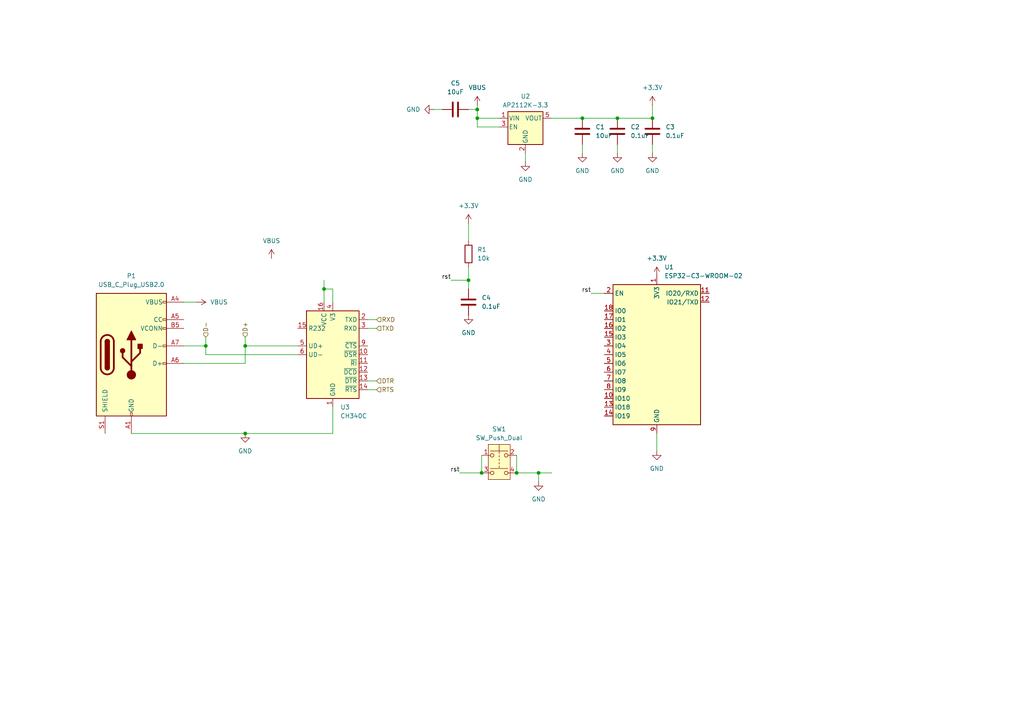
<source format=kicad_sch>
(kicad_sch (version 20231120) (generator "eeschema") (generator_version "8.0")
  (paper "A4")
  (lib_symbols
    (symbol "Connector:USB_C_Plug_USB2.0" (pin_names (offset 1.016))
      (property "Reference" "P" (at -10.16 19.05 0))
      (property "Value" "USB_C_Plug_USB2.0" (at 12.7 19.05 0))
      (symbol "USB_C_Plug_USB2.0_0_0"
        (rectangle (start -0.254 -17.78) (end 0.254 -16.764))
        (rectangle (start 10.16 -2.286) (end 9.144 -2.794))
        (rectangle (start 10.16 2.794) (end 9.144 2.286))
        (rectangle (start 10.16 7.874) (end 9.144 7.366))
        (rectangle (start 10.16 10.414) (end 9.144 9.906))
        (rectangle (start 10.16 15.494) (end 9.144 14.986))
      )
      (symbol "USB_C_Plug_USB2.0_0_1"
        (rectangle (start -10.16 17.78) (end 10.16 -17.78) (stroke (width 0.254)) (fill (type background)))
        (arc (start -8.89 -3.81) (mid -6.985 -5.7067) (end -5.08 -3.81) (stroke (width 0.508)))
        (arc (start -7.62 -3.81) (mid -6.985 -4.4423) (end -6.35 -3.81) (stroke (width 0.254)))
        (arc (start -7.62 -3.81) (mid -6.985 -4.4423) (end -6.35 -3.81) (stroke (width 0.254)) (fill (type outline)))
        (rectangle (start -7.62 -3.81) (end -6.35 3.81) (stroke (width 0.254)) (fill (type outline)))
        (arc (start -6.35 3.81) (mid -6.985 4.4423) (end -7.62 3.81) (stroke (width 0.254)))
        (arc (start -6.35 3.81) (mid -6.985 4.4423) (end -7.62 3.81) (stroke (width 0.254)) (fill (type outline)))
        (arc (start -5.08 3.81) (mid -6.985 5.7067) (end -8.89 3.81) (stroke (width 0.508)))
        (circle (center -2.54 1.143) (radius 0.635) (stroke (width 0.254)) (fill (type outline)))
        (circle (center 0 -5.842) (radius 1.27) (fill (type outline)))
        (polyline (pts (xy -8.89 -3.81) (xy -8.89 3.81)) (stroke (width 0.508)))
        (polyline (pts (xy -5.08 3.81) (xy -5.08 -3.81)) (stroke (width 0.508)))
        (polyline (pts (xy 0 -5.842) (xy 0 4.318)) (stroke (width 0.508)))
        (polyline (pts (xy 0 -3.302) (xy -2.54 -0.762) (xy -2.54 0.508)) (stroke (width 0.508)))
        (polyline (pts (xy 0 -2.032) (xy 2.54 0.508) (xy 2.54 1.778)) (stroke (width 0.508)))
        (polyline (pts (xy -1.27 4.318) (xy 0 6.858) (xy 1.27 4.318) (xy -1.27 4.318)) (stroke (width 0.254)) (fill (type outline)))
        (rectangle (start 1.905 1.778) (end 3.175 3.048) (stroke (width 0.254)) (fill (type outline)))
      )
      (symbol "USB_C_Plug_USB2.0_1_1"
        (pin passive line (at 0 -22.86 90) (length 5.08) (name "GND") (number "A1"))
        (pin passive line (at 0 -22.86 90) (length 5.08) hide (name "GND") (number "A12"))
        (pin passive line (at 15.24 15.24 180) (length 5.08) (name "VBUS") (number "A4"))
        (pin bidirectional line (at 15.24 10.16 180) (length 5.08) (name "CC") (number "A5"))
        (pin bidirectional line (at 15.24 -2.54 180) (length 5.08) (name "D+") (number "A6"))
        (pin bidirectional line (at 15.24 2.54 180) (length 5.08) (name "D-") (number "A7"))
        (pin passive line (at 15.24 15.24 180) (length 5.08) hide (name "VBUS") (number "A9"))
        (pin passive line (at 0 -22.86 90) (length 5.08) hide (name "GND") (number "B1"))
        (pin passive line (at 0 -22.86 90) (length 5.08) hide (name "GND") (number "B12"))
        (pin passive line (at 15.24 15.24 180) (length 5.08) hide (name "VBUS") (number "B4"))
        (pin bidirectional line (at 15.24 7.62 180) (length 5.08) (name "VCONN") (number "B5"))
        (pin passive line (at 15.24 15.24 180) (length 5.08) hide (name "VBUS") (number "B9"))
        (pin passive line (at -7.62 -22.86 90) (length 5.08) (name "SHIELD") (number "S1"))
      )
    )
    (symbol "Device:C" (pin_numbers hide) (pin_names (offset 0.254))
      (property "Reference" "C" (at 0.635 2.54 0))
      (property "Value" "C" (at 0.635 -2.54 0))
      (symbol "C_0_1"
        (polyline (pts (xy -2.032 -0.762) (xy 2.032 -0.762)) (stroke (width 0.508)))
        (polyline (pts (xy -2.032 0.762) (xy 2.032 0.762)) (stroke (width 0.508)))
      )
      (symbol "C_1_1"
        (pin passive line (at 0 3.81 270) (length 2.794) (name "~") (number "1"))
        (pin passive line (at 0 -3.81 90) (length 2.794) (name "~") (number "2"))
      )
    )
    (symbol "Device:R" (pin_numbers hide) (pin_names (offset 0))
      (property "Reference" "R" (at 2.032 0 90))
      (property "Value" "R" (at 0 0 90))
      (symbol "R_0_1"
        (rectangle (start -1.016 -2.54) (end 1.016 2.54) (stroke (width 0.254)))
      )
      (symbol "R_1_1"
        (pin passive line (at 0 3.81 270) (length 1.27) (name "~") (number "1"))
        (pin passive line (at 0 -3.81 90) (length 1.27) (name "~") (number "2"))
      )
    )
    (symbol "Interface_USB:CH340C"
      (property "Reference" "U" (at -5.08 13.97 0))
      (property "Value" "CH340C" (at 1.27 13.97 0))
      (symbol "CH340C_0_1"
        (rectangle (start -7.62 12.7) (end 7.62 -12.7) (stroke (width 0.254)) (fill (type background)))
      )
      (symbol "CH340C_1_1"
        (pin power_in line (at 0 -15.24 90) (length 2.54) (name "GND") (number "1"))
        (pin input line (at 10.16 0 180) (length 2.54) (name "~{DSR}") (number "10"))
        (pin input line (at 10.16 -2.54 180) (length 2.54) (name "~{RI}") (number "11"))
        (pin input line (at 10.16 -5.08 180) (length 2.54) (name "~{DCD}") (number "12"))
        (pin output line (at 10.16 -7.62 180) (length 2.54) (name "~{DTR}") (number "13"))
        (pin output line (at 10.16 -10.16 180) (length 2.54) (name "~{RTS}") (number "14"))
        (pin input line (at -10.16 7.62 0) (length 2.54) (name "R232") (number "15"))
        (pin power_in line (at -2.54 15.24 270) (length 2.54) (name "VCC") (number "16"))
        (pin output line (at 10.16 10.16 180) (length 2.54) (name "TXD") (number "2"))
        (pin input line (at 10.16 7.62 180) (length 2.54) (name "RXD") (number "3"))
        (pin power_out line (at 0 15.24 270) (length 2.54) (name "V3") (number "4"))
        (pin bidirectional line (at -10.16 2.54 0) (length 2.54) (name "UD+") (number "5"))
        (pin bidirectional line (at -10.16 0 0) (length 2.54) (name "UD-") (number "6"))
        (pin no_connect line (at -7.62 -5.08 0) (length 2.54) hide (name "NC") (number "7"))
        (pin no_connect line (at -7.62 -7.62 0) (length 2.54) hide (name "NC") (number "8"))
        (pin input line (at 10.16 2.54 180) (length 2.54) (name "~{CTS}") (number "9"))
      )
    )
    (symbol "RF_Module:ESP32-C3-WROOM-02"
      (property "Reference" "U" (at -12.192 21.336 0))
      (property "Value" "ESP32-C3-WROOM-02" (at 12.192 21.336 0))
      (symbol "ESP32-C3-WROOM-02_1_1"
        (rectangle (start -12.7 20.32) (end 12.7 -20.32) (stroke (width 0.254)) (fill (type background)))
        (pin power_in line (at 0 22.86 270) (length 2.54) (name "3V3") (number "1"))
        (pin bidirectional line (at -15.24 -12.7 0) (length 2.54) (name "IO10") (number "10"))
        (pin bidirectional line (at 15.24 17.78 180) (length 2.54) (name "IO20/RXD") (number "11"))
        (pin bidirectional line (at 15.24 15.24 180) (length 2.54) (name "IO21/TXD") (number "12"))
        (pin bidirectional line (at -15.24 -15.24 0) (length 2.54) (name "IO18") (number "13"))
        (pin bidirectional line (at -15.24 -17.78 0) (length 2.54) (name "IO19") (number "14"))
        (pin bidirectional line (at -15.24 5.08 0) (length 2.54) (name "IO3") (number "15"))
        (pin bidirectional line (at -15.24 7.62 0) (length 2.54) (name "IO2") (number "16"))
        (pin bidirectional line (at -15.24 10.16 0) (length 2.54) (name "IO1") (number "17"))
        (pin bidirectional line (at -15.24 12.7 0) (length 2.54) (name "IO0") (number "18"))
        (pin passive line (at 0 -22.86 90) (length 2.54) hide (name "GND") (number "19"))
        (pin input line (at -15.24 17.78 0) (length 2.54) (name "EN") (number "2"))
        (pin bidirectional line (at -15.24 2.54 0) (length 2.54) (name "IO4") (number "3"))
        (pin bidirectional line (at -15.24 0 0) (length 2.54) (name "IO5") (number "4"))
        (pin bidirectional line (at -15.24 -2.54 0) (length 2.54) (name "IO6") (number "5"))
        (pin bidirectional line (at -15.24 -5.08 0) (length 2.54) (name "IO7") (number "6"))
        (pin bidirectional line (at -15.24 -7.62 0) (length 2.54) (name "IO8") (number "7"))
        (pin bidirectional line (at -15.24 -10.16 0) (length 2.54) (name "IO9") (number "8"))
        (pin power_in line (at 0 -22.86 90) (length 2.54) (name "GND") (number "9"))
      )
    )
    (symbol "Regulator_Linear:AP2112K-3.3" (pin_names (offset 0.254))
      (property "Reference" "U" (at -5.08 5.715 0))
      (property "Value" "AP2112K-3.3" (at 0 5.715 0))
      (symbol "AP2112K-3.3_0_1"
        (rectangle (start -5.08 4.445) (end 5.08 -5.08) (stroke (width 0.254)) (fill (type background)))
      )
      (symbol "AP2112K-3.3_1_1"
        (pin power_in line (at -7.62 2.54 0) (length 2.54) (name "VIN") (number "1"))
        (pin power_in line (at 0 -7.62 90) (length 2.54) (name "GND") (number "2"))
        (pin input line (at -7.62 0 0) (length 2.54) (name "EN") (number "3"))
        (pin no_connect line (at 5.08 0 180) (length 2.54) hide (name "NC") (number "4"))
        (pin power_out line (at 7.62 2.54 180) (length 2.54) (name "VOUT") (number "5"))
      )
    )
    (symbol "Switch:SW_Push_Dual" (pin_names (offset 1.016) hide)
      (property "Reference" "SW" (at 0 7.62 0))
      (property "Value" "SW_Push_Dual" (at 0 -6.35 0))
      (symbol "SW_Push_Dual_0_1"
        (circle (center -2.032 -2.54) (radius 0.508))
        (circle (center -2.032 2.54) (radius 0.508))
        (polyline (pts (xy 0 -0.508) (xy 0 -1.016)))
        (polyline (pts (xy 0 0.508) (xy 0 0)))
        (polyline (pts (xy 0 1.016) (xy 0 1.524)))
        (polyline (pts (xy 0 2.032) (xy 0 2.54)))
        (polyline (pts (xy 0 3.048) (xy 0 3.556)))
        (polyline (pts (xy 0 3.81) (xy 0 5.588)))
        (polyline (pts (xy 2.54 -1.27) (xy -2.54 -1.27)))
        (polyline (pts (xy 2.54 3.81) (xy -2.54 3.81)))
        (circle (center 2.032 -2.54) (radius 0.508))
        (circle (center 2.032 2.54) (radius 0.508))
        (pin passive line (at -5.08 2.54 0) (length 2.54) (name "1") (number "1"))
        (pin passive line (at 5.08 2.54 180) (length 2.54) (name "2") (number "2"))
        (pin passive line (at -5.08 -2.54 0) (length 2.54) (name "3") (number "3"))
        (pin passive line (at 5.08 -2.54 180) (length 2.54) (name "4") (number "4"))
      )
      (symbol "SW_Push_Dual_1_1"
        (rectangle (start -3.175 5.715) (end 3.175 -4.445) (fill (type background)))
      )
    )
    (symbol "power:+3.3V" (power) (pin_numbers hide) (pin_names (offset 0) hide)
      (property "Value" "+3.3V" (at 0 3.556 0))
      (symbol "+3.3V_0_1"
        (polyline (pts (xy -0.762 1.27) (xy 0 2.54)))
        (polyline (pts (xy 0 0) (xy 0 2.54)))
        (polyline (pts (xy 0 2.54) (xy 0.762 1.27)))
      )
      (symbol "+3.3V_1_1"
        (pin power_in line (at 0 0 90) (length 0) (name "~") (number "1"))
      )
    )
    (symbol "power:GND" (power) (pin_numbers hide) (pin_names (offset 0) hide)
      (property "Value" "GND" (at 0 -3.81 0))
      (symbol "GND_0_1"
        (polyline (pts (xy 0 0) (xy 0 -1.27) (xy 1.27 -1.27) (xy 0 -2.54) (xy -1.27 -1.27) (xy 0 -1.27)))
      )
      (symbol "GND_1_1"
        (pin power_in line (at 0 0 270) (length 0) (name "~") (number "1"))
      )
    )
    (symbol "power:VBUS" (power) (pin_numbers hide) (pin_names (offset 0) hide)
      (property "Value" "VBUS" (at 0 3.556 0))
      (symbol "VBUS_0_1"
        (polyline (pts (xy -0.762 1.27) (xy 0 2.54)))
        (polyline (pts (xy 0 0) (xy 0 2.54)))
        (polyline (pts (xy 0 2.54) (xy 0.762 1.27)))
      )
      (symbol "VBUS_1_1"
        (pin power_in line (at 0 0 90) (length 0) (name "~") (number "1"))
      )
    )
  )
  (junction (at 93.98 83.82))
  (junction (at 138.43 31.75))
  (junction (at 139.7 137.16))
  (junction (at 189.23 34.29))
  (junction (at 179.07 34.29))
  (junction (at 149.86 137.16))
  (junction (at 135.89 81.28))
  (junction (at 59.69 100.33))
  (junction (at 168.91 34.29))
  (junction (at 71.12 100.33))
  (junction (at 156.21 137.16))
  (junction (at 138.43 34.29))
  (junction (at 71.12 125.73))
  (wire (pts (xy 96.52 83.82) (xy 93.98 83.82)))
  (wire (pts (xy 144.78 36.83) (xy 138.43 36.83)))
  (wire (pts (xy 135.89 81.28) (xy 135.89 83.82)))
  (wire (pts (xy 135.89 77.47) (xy 135.89 81.28)))
  (wire (pts (xy 109.22 113.03) (xy 106.68 113.03)))
  (wire (pts (xy 133.35 137.16) (xy 139.7 137.16)))
  (wire (pts (xy 71.12 100.33) (xy 71.12 105.41)))
  (wire (pts (xy 53.34 87.63) (xy 57.15 87.63)))
  (wire (pts (xy 125.73 31.75) (xy 128.27 31.75)))
  (wire (pts (xy 96.52 118.11) (xy 96.52 125.73)))
  (wire (pts (xy 190.5 125.73) (xy 190.5 130.81)))
  (wire (pts (xy 93.98 81.28) (xy 93.98 83.82)))
  (wire (pts (xy 71.12 100.33) (xy 86.36 100.33)))
  (wire (pts (xy 156.21 137.16) (xy 156.21 139.7)))
  (wire (pts (xy 135.89 31.75) (xy 138.43 31.75)))
  (wire (pts (xy 149.86 132.08) (xy 149.86 137.16)))
  (wire (pts (xy 109.22 92.71) (xy 106.68 92.71)))
  (wire (pts (xy 156.21 137.16) (xy 160.02 137.16)))
  (wire (pts (xy 189.23 41.91) (xy 189.23 44.45)))
  (wire (pts (xy 53.34 105.41) (xy 71.12 105.41)))
  (wire (pts (xy 71.12 97.79) (xy 71.12 100.33)))
  (wire (pts (xy 96.52 87.63) (xy 96.52 83.82)))
  (wire (pts (xy 135.89 64.77) (xy 135.89 69.85)))
  (wire (pts (xy 59.69 97.79) (xy 59.69 100.33)))
  (wire (pts (xy 138.43 31.75) (xy 138.43 34.29)))
  (wire (pts (xy 59.69 102.87) (xy 59.69 100.33)))
  (wire (pts (xy 138.43 34.29) (xy 138.43 36.83)))
  (wire (pts (xy 179.07 41.91) (xy 179.07 44.45)))
  (wire (pts (xy 93.98 83.82) (xy 93.98 87.63)))
  (wire (pts (xy 71.12 125.73) (xy 96.52 125.73)))
  (wire (pts (xy 149.86 137.16) (xy 156.21 137.16)))
  (wire (pts (xy 168.91 41.91) (xy 168.91 44.45)))
  (wire (pts (xy 171.45 85.09) (xy 175.26 85.09)))
  (wire (pts (xy 59.69 102.87) (xy 86.36 102.87)))
  (wire (pts (xy 160.02 34.29) (xy 168.91 34.29)))
  (wire (pts (xy 168.91 34.29) (xy 179.07 34.29)))
  (wire (pts (xy 130.81 81.28) (xy 135.89 81.28)))
  (wire (pts (xy 189.23 30.48) (xy 189.23 34.29)))
  (wire (pts (xy 139.7 132.08) (xy 139.7 137.16)))
  (wire (pts (xy 38.1 125.73) (xy 71.12 125.73)))
  (wire (pts (xy 109.22 95.25) (xy 106.68 95.25)))
  (wire (pts (xy 109.22 110.49) (xy 106.68 110.49)))
  (wire (pts (xy 152.4 44.45) (xy 152.4 46.99)))
  (wire (pts (xy 179.07 34.29) (xy 189.23 34.29)))
  (wire (pts (xy 138.43 30.48) (xy 138.43 31.75)))
  (wire (pts (xy 53.34 100.33) (xy 59.69 100.33)))
  (wire (pts (xy 138.43 34.29) (xy 144.78 34.29)))
  (label "rst" (at 171.45 85.09 180))
  (label "rst" (at 130.81 81.28 180))
  (label "rst" (at 133.35 137.16 180))
  (hierarchical_label "D-" (shape input) (at 59.69 97.79 90))
  (hierarchical_label "DTR" (shape input) (at 109.22 110.49 0))
  (hierarchical_label "TXD" (shape input) (at 109.22 95.25 0))
  (hierarchical_label "D+" (shape input) (at 71.12 97.79 90))
  (hierarchical_label "RTS" (shape input) (at 109.22 113.03 0))
  (hierarchical_label "RXD" (shape input) (at 109.22 92.71 0))
  (symbol (lib_id "power:VBUS") (at 78.74 74.93 0) (unit 1)
    (property "Reference" "#PWR06" (effects (hide yes)))
    (property "Value" "VBUS" (at 78.74 69.85 0))
    (property "Description" "Power symbol creates a global label with name \"VBUS\"" (effects (hide yes)))
  )
  (symbol (lib_id "power:VBUS") (at 57.15 87.63 270) (unit 1)
    (property "Reference" "#PWR07" (effects (hide yes)))
    (property "Value" "VBUS" (at 60.96 87.6299 90) (effects (justify left)))
    (property "Description" "Power symbol creates a global label with name \"VBUS\"" (effects (hide yes)))
  )
  (symbol (lib_id "power:GND") (at 156.21 139.7 0) (unit 1)
    (property "Reference" "#PWR014" (effects (hide yes)))
    (property "Value" "GND" (at 156.21 144.78 0))
    (property "Description" "Power symbol creates a global label with name \"GND\" , ground" (effects (hide yes)))
  )
  (symbol (lib_id "power:+3.3V") (at 135.89 64.77 0) (unit 1)
    (property "Reference" "#PWR01" (effects (hide yes)))
    (property "Value" "+3.3V" (at 135.89 59.69 0))
    (property "Description" "Power symbol creates a global label with name \"+3.3V\"" (effects (hide yes)))
  )
  (symbol (lib_id "power:+3.3V") (at 190.5 80.01 0) (unit 1)
    (property "Reference" "#PWR09" (effects (hide yes)))
    (property "Value" "+3.3V" (at 190.5 74.93 0))
    (property "Description" "Power symbol creates a global label with name \"+3.3V\"" (effects (hide yes)))
  )
  (symbol (lib_id "power:GND") (at 135.89 91.44 0) (unit 1)
    (property "Reference" "#PWR013" (effects (hide yes)))
    (property "Value" "GND" (at 135.89 96.52 0))
    (property "Description" "Power symbol creates a global label with name \"GND\" , ground" (effects (hide yes)))
  )
  (symbol (lib_id "Regulator_Linear:AP2112K-3.3") (at 152.4 36.83 0) (unit 1)
    (property "Reference" "U2" (at 152.4 27.94 0))
    (property "Value" "AP2112K-3.3" (at 152.4 30.48 0))
    (property "Footprint" "Package_TO_SOT_SMD:SOT-23-5" (effects (hide yes)))
    (property "Datasheet" "https://www.diodes.com/assets/Datasheets/AP2112.pdf" (effects (hide yes)))
    (property "Description" "600mA low dropout linear regulator, with enable pin, 3.8V-6V input voltage range, 3.3V fixed positive output, SOT-23-5" (effects (hide yes)))
  )
  (symbol (lib_id "power:+3.3V") (at 189.23 30.48 0) (unit 1)
    (property "Reference" "#PWR010" (effects (hide yes)))
    (property "Value" "+3.3V" (at 189.23 25.4 0))
    (property "Description" "Power symbol creates a global label with name \"+3.3V\"" (effects (hide yes)))
  )
  (symbol (lib_id "RF_Module:ESP32-C3-WROOM-02") (at 190.5 102.87 0) (unit 1)
    (property "Reference" "U1" (at 192.6941 77.47 0) (effects (justify left)))
    (property "Value" "ESP32-C3-WROOM-02" (at 192.6941 80.01 0) (effects (justify left)))
    (property "Footprint" "RF_Module:ESP32-C3-WROOM-02" (effects (hide yes)))
    (property "Datasheet" "https://www.espressif.com/sites/default/files/documentation/esp32-c3-wroom-02_datasheet_en.pdf" (effects (hide yes)))
    (property "Description" "802.11 b/g/n Wi­Fi and Bluetooth 5 module, ESP32­C3 SoC, RISC­V microprocessor, On-board antenna" (effects (hide yes)))
  )
  (symbol (lib_id "Device:R") (at 135.89 73.66 0) (unit 1)
    (property "Reference" "R1" (at 138.43 72.3899 0) (effects (justify left)))
    (property "Value" "10k" (at 138.43 74.9299 0) (effects (justify left)))
    (property "Description" "Resistor" (effects (hide yes)))
  )
  (symbol (lib_id "power:GND") (at 71.12 125.73 0) (unit 1)
    (property "Reference" "#PWR012" (effects (hide yes)))
    (property "Value" "GND" (at 71.12 130.81 0))
    (property "Description" "Power symbol creates a global label with name \"GND\" , ground" (effects (hide yes)))
  )
  (symbol (lib_id "Device:C") (at 189.23 38.1 0) (unit 1)
    (property "Reference" "C3" (at 193.04 36.8299 0) (effects (justify left)))
    (property "Value" "0.1uF" (at 193.04 39.3699 0) (effects (justify left)))
    (property "Footprint" "Capacitor_SMD:C_0201_0603Metric" (effects (hide yes)))
    (property "Description" "Unpolarized capacitor" (effects (hide yes)))
  )
  (symbol (lib_id "power:GND") (at 125.73 31.75 270) (unit 1)
    (property "Reference" "#PWR015" (effects (hide yes)))
    (property "Value" "GND" (at 121.92 31.7499 90) (effects (justify right)))
    (property "Description" "Power symbol creates a global label with name \"GND\" , ground" (effects (hide yes)))
  )
  (symbol (lib_id "Device:C") (at 132.08 31.75 90) (unit 1)
    (property "Reference" "C5" (at 132.08 24.13 90))
    (property "Value" "10uF" (at 132.08 26.67 90))
    (property "Description" "Unpolarized capacitor" (effects (hide yes)))
  )
  (symbol (lib_id "power:VBUS") (at 138.43 30.48 0) (unit 1)
    (property "Reference" "#PWR08" (effects (hide yes)))
    (property "Value" "VBUS" (at 138.43 25.4 0))
    (property "Description" "Power symbol creates a global label with name \"VBUS\"" (effects (hide yes)))
  )
  (symbol (lib_id "Device:C") (at 179.07 38.1 0) (unit 1)
    (property "Reference" "C2" (at 182.88 36.8299 0) (effects (justify left)))
    (property "Value" "0.1uF" (at 182.88 39.3699 0) (effects (justify left)))
    (property "Footprint" "Capacitor_SMD:C_0201_0603Metric" (effects (hide yes)))
    (property "Description" "Unpolarized capacitor" (effects (hide yes)))
  )
  (symbol (lib_id "power:GND") (at 152.4 46.99 0) (unit 1)
    (property "Reference" "#PWR05" (effects (hide yes)))
    (property "Value" "GND" (at 152.4 52.07 0))
    (property "Description" "Power symbol creates a global label with name \"GND\" , ground" (effects (hide yes)))
  )
  (symbol (lib_id "power:GND") (at 179.07 44.45 0) (unit 1)
    (property "Reference" "#PWR03" (effects (hide yes)))
    (property "Value" "GND" (at 179.07 49.53 0))
    (property "Description" "Power symbol creates a global label with name \"GND\" , ground" (effects (hide yes)))
  )
  (symbol (lib_id "Device:C") (at 168.91 38.1 0) (unit 1)
    (property "Reference" "C1" (at 172.72 36.8299 0) (effects (justify left)))
    (property "Value" "10uF" (at 172.72 39.3699 0) (effects (justify left)))
    (property "Footprint" "Capacitor_SMD:C_0201_0603Metric" (effects (hide yes)))
    (property "Description" "Unpolarized capacitor" (effects (hide yes)))
  )
  (symbol (lib_id "power:GND") (at 189.23 44.45 0) (unit 1)
    (property "Reference" "#PWR04" (effects (hide yes)))
    (property "Value" "GND" (at 189.23 49.53 0))
    (property "Description" "Power symbol creates a global label with name \"GND\" , ground" (effects (hide yes)))
  )
  (symbol (lib_id "Interface_USB:CH340C") (at 96.52 102.87 0) (unit 1)
    (property "Reference" "U3" (at 98.7141 118.11 0) (effects (justify left)))
    (property "Value" "CH340C" (at 98.7141 120.65 0) (effects (justify left)))
    (property "Footprint" "Package_SO:SOIC-16_3.9x9.9mm_P1.27mm" (effects (hide yes)))
    (property "Datasheet" "https://datasheet.lcsc.com/szlcsc/Jiangsu-Qin-Heng-CH340C_C84681.pdf" (effects (hide yes)))
    (property "Description" "USB serial converter, crystal-less, UART, SOIC-16" (effects (hide yes)))
  )
  (symbol (lib_id "Device:C") (at 135.89 87.63 0) (unit 1)
    (property "Reference" "C4" (at 139.7 86.3599 0) (effects (justify left)))
    (property "Value" "0.1uF" (at 139.7 88.8999 0) (effects (justify left)))
    (property "Footprint" "Capacitor_SMD:C_0201_0603Metric" (effects (hide yes)))
    (property "Description" "Unpolarized capacitor" (effects (hide yes)))
  )
  (symbol (lib_id "power:GND") (at 190.5 130.81 0) (unit 1)
    (property "Reference" "#PWR011" (effects (hide yes)))
    (property "Value" "GND" (at 190.5 135.89 0))
    (property "Description" "Power symbol creates a global label with name \"GND\" , ground" (effects (hide yes)))
  )
  (symbol (lib_id "Switch:SW_Push_Dual") (at 144.78 134.62 0) (unit 1)
    (property "Reference" "SW1" (at 144.78 124.46 0))
    (property "Value" "SW_Push_Dual" (at 144.78 127 0))
    (property "Description" "Push button switch, generic, symbol, four pins" (effects (hide yes)))
  )
  (symbol (lib_id "Connector:USB_C_Plug_USB2.0") (at 38.1 102.87 0) (unit 1)
    (property "Reference" "P1" (at 38.1 80.01 0))
    (property "Value" "USB_C_Plug_USB2.0" (at 38.1 82.55 0))
    (property "Datasheet" "https://www.usb.org/sites/default/files/documents/usb_type-c.zip" (effects (hide yes)))
    (property "Description" "USB 2.0-only Type-C Plug connector" (effects (hide yes)))
  )
  (symbol (lib_id "power:GND") (at 168.91 44.45 0) (unit 1)
    (property "Reference" "#PWR02" (effects (hide yes)))
    (property "Value" "GND" (at 168.91 49.53 0))
    (property "Description" "Power symbol creates a global label with name \"GND\" , ground" (effects (hide yes)))
  )
)
</source>
